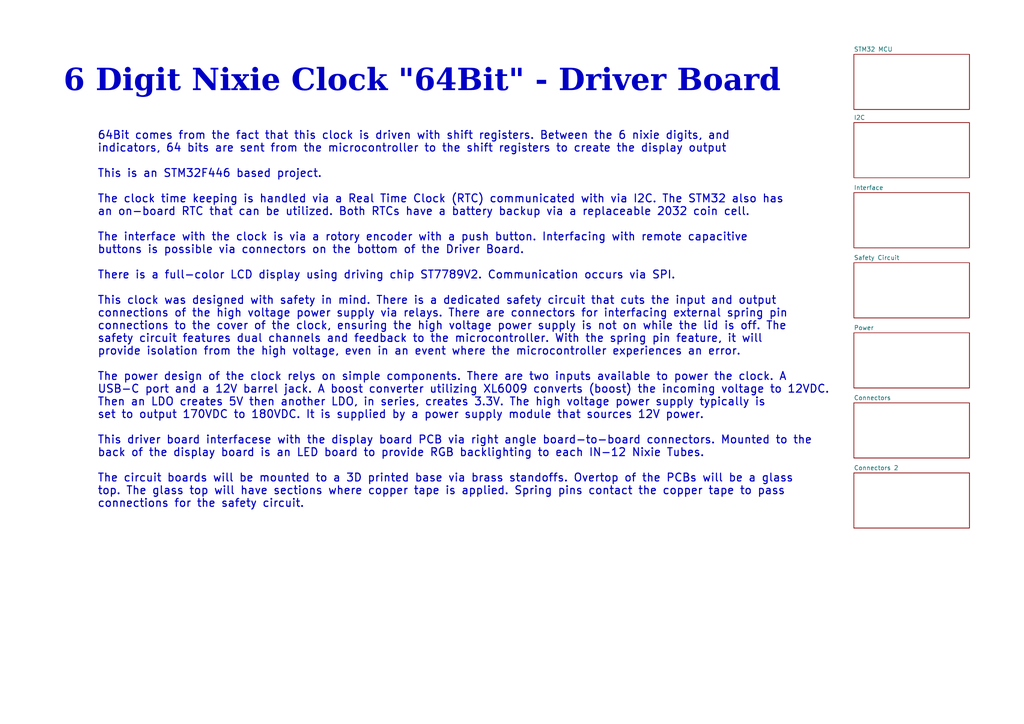
<source format=kicad_sch>
(kicad_sch
	(version 20250114)
	(generator "eeschema")
	(generator_version "9.0")
	(uuid "73161e56-98d3-4537-9d96-cedeeddf7c83")
	(paper "A4")
	(title_block
		(title "Project Overview")
		(date "2025-OCT-04")
		(rev "1")
		(company "Kadin Whiting")
	)
	(lib_symbols)
	(text "64Bit comes from the fact that this clock is driven with shift registers. Between the 6 nixie digits, and \nindicators, 64 bits are sent from the microcontroller to the shift registers to create the display output\n\nThis is an STM32F446 based project. \n\nThe clock time keeping is handled via a Real Time Clock (RTC) communicated with via I2C. The STM32 also has \nan on-board RTC that can be utilized. Both RTCs have a battery backup via a replaceable 2032 coin cell.\n\nThe interface with the clock is via a rotory encoder with a push button. Interfacing with remote capacitive\nbuttons is possible via connectors on the bottom of the Driver Board.\n\nThere is a full-color LCD display using driving chip ST7789V2. Communication occurs via SPI.\n\nThis clock was designed with safety in mind. There is a dedicated safety circuit that cuts the input and output \nconnections of the high voltage power supply via relays. There are connectors for interfacing external spring pin \nconnections to the cover of the clock, ensuring the high voltage power supply is not on while the lid is off. The \nsafety circuit features dual channels and feedback to the microcontroller. With the spring pin feature, it will \nprovide isolation from the high voltage, even in an event where the microcontroller experiences an error.\n\nThe power design of the clock relys on simple components. There are two inputs available to power the clock. A \nUSB-C port and a 12V barrel jack. A boost converter utilizing XL6009 converts (boost) the incoming voltage to 12VDC. \nThen an LDO creates 5V then another LDO, in series, creates 3.3V. The high voltage power supply typically is \nset to output 170VDC to 180VDC. It is supplied by a power supply module that sources 12V power.\n\nThis driver board interfacese with the display board PCB via right angle board-to-board connectors. Mounted to the \nback of the display board is an LED board to provide RGB backlighting to each IN-12 Nixie Tubes.\n\nThe circuit boards will be mounted to a 3D printed base via brass standoffs. Overtop of the PCBs will be a glass \ntop. The glass top will have sections where copper tape is applied. Spring pins contact the copper tape to pass \nconnections for the safety circuit. "
		(exclude_from_sim no)
		(at 28.194 92.71 0)
		(effects
			(font
				(size 2.286 2.286)
				(thickness 0.3175)
			)
			(justify left)
		)
		(uuid "0d91e1d3-94a3-4902-bc47-b77772c292d2")
	)
	(text "6 Digit Nixie Clock \"64Bit\" - Driver Board"
		(exclude_from_sim no)
		(at 122.428 25.4 0)
		(effects
			(font
				(face "Georgia")
				(size 6.35 6.35)
				(thickness 0.254)
				(bold yes)
			)
		)
		(uuid "35b2912c-ea27-4e16-badc-4d544c4b16d1")
	)
	(sheet
		(at 247.65 76.2)
		(size 33.528 16.002)
		(exclude_from_sim no)
		(in_bom yes)
		(on_board yes)
		(dnp no)
		(fields_autoplaced yes)
		(stroke
			(width 0.1524)
			(type solid)
		)
		(fill
			(color 0 0 0 0.0000)
		)
		(uuid "4ce0b6a1-6b30-4e36-a2af-ce63c0bd2c79")
		(property "Sheetname" "Safety Circuit"
			(at 247.65 75.4884 0)
			(effects
				(font
					(size 1.27 1.27)
				)
				(justify left bottom)
			)
		)
		(property "Sheetfile" "Safety Circuit.kicad_sch"
			(at 247.65 92.7866 0)
			(effects
				(font
					(size 1.27 1.27)
				)
				(justify left top)
				(hide yes)
			)
		)
		(instances
			(project "64 Bit - Main Board"
				(path "/73161e56-98d3-4537-9d96-cedeeddf7c83"
					(page "6")
				)
			)
		)
	)
	(sheet
		(at 247.65 137.16)
		(size 33.528 16.002)
		(exclude_from_sim no)
		(in_bom yes)
		(on_board yes)
		(dnp no)
		(fields_autoplaced yes)
		(stroke
			(width 0.1524)
			(type solid)
		)
		(fill
			(color 0 0 0 0.0000)
		)
		(uuid "6c24347a-3ec2-4d5e-b79f-deb961ca857e")
		(property "Sheetname" "Connectors 2"
			(at 247.65 136.4484 0)
			(effects
				(font
					(size 1.27 1.27)
				)
				(justify left bottom)
			)
		)
		(property "Sheetfile" "Connectors 2.kicad_sch"
			(at 247.65 153.7466 0)
			(effects
				(font
					(size 1.27 1.27)
				)
				(justify left top)
				(hide yes)
			)
		)
		(instances
			(project "64 Bit - Main Board"
				(path "/73161e56-98d3-4537-9d96-cedeeddf7c83"
					(page "9")
				)
			)
		)
	)
	(sheet
		(at 247.65 15.748)
		(size 33.528 16.002)
		(exclude_from_sim no)
		(in_bom yes)
		(on_board yes)
		(dnp no)
		(fields_autoplaced yes)
		(stroke
			(width 0.1524)
			(type solid)
		)
		(fill
			(color 0 0 0 0.0000)
		)
		(uuid "9ce9b68e-1685-4f8b-b727-c305a682cdf8")
		(property "Sheetname" "STM32 MCU"
			(at 247.65 15.0364 0)
			(effects
				(font
					(size 1.27 1.27)
				)
				(justify left bottom)
			)
		)
		(property "Sheetfile" "STM32 MCU.kicad_sch"
			(at 247.65 32.3346 0)
			(effects
				(font
					(size 1.27 1.27)
				)
				(justify left top)
				(hide yes)
			)
		)
		(instances
			(project "64 Bit - Main Board"
				(path "/73161e56-98d3-4537-9d96-cedeeddf7c83"
					(page "2")
				)
			)
		)
	)
	(sheet
		(at 247.65 96.52)
		(size 33.528 16.002)
		(exclude_from_sim no)
		(in_bom yes)
		(on_board yes)
		(dnp no)
		(fields_autoplaced yes)
		(stroke
			(width 0.1524)
			(type solid)
		)
		(fill
			(color 0 0 0 0.0000)
		)
		(uuid "d230c8e9-bc78-48f7-a579-f021f0b93c5c")
		(property "Sheetname" "Power"
			(at 247.65 95.8084 0)
			(effects
				(font
					(size 1.27 1.27)
				)
				(justify left bottom)
			)
		)
		(property "Sheetfile" "Power.kicad_sch"
			(at 247.65 113.1066 0)
			(effects
				(font
					(size 1.27 1.27)
				)
				(justify left top)
				(hide yes)
			)
		)
		(instances
			(project "64 Bit - Main Board"
				(path "/73161e56-98d3-4537-9d96-cedeeddf7c83"
					(page "7")
				)
			)
		)
	)
	(sheet
		(at 247.65 116.84)
		(size 33.528 16.002)
		(exclude_from_sim no)
		(in_bom yes)
		(on_board yes)
		(dnp no)
		(fields_autoplaced yes)
		(stroke
			(width 0.1524)
			(type solid)
		)
		(fill
			(color 0 0 0 0.0000)
		)
		(uuid "d3f908fb-0a45-4c28-adc2-6e62e6841a0d")
		(property "Sheetname" "Connectors"
			(at 247.65 116.1284 0)
			(effects
				(font
					(size 1.27 1.27)
				)
				(justify left bottom)
			)
		)
		(property "Sheetfile" "Connectors.kicad_sch"
			(at 247.65 133.4266 0)
			(effects
				(font
					(size 1.27 1.27)
				)
				(justify left top)
				(hide yes)
			)
		)
		(instances
			(project "64 Bit - Main Board"
				(path "/73161e56-98d3-4537-9d96-cedeeddf7c83"
					(page "8")
				)
			)
		)
	)
	(sheet
		(at 247.65 55.88)
		(size 33.528 16.002)
		(exclude_from_sim no)
		(in_bom yes)
		(on_board yes)
		(dnp no)
		(fields_autoplaced yes)
		(stroke
			(width 0.1524)
			(type solid)
		)
		(fill
			(color 0 0 0 0.0000)
		)
		(uuid "dcae4d37-3dbd-452d-a279-384b0626601b")
		(property "Sheetname" "Interface"
			(at 247.65 55.1684 0)
			(effects
				(font
					(size 1.27 1.27)
				)
				(justify left bottom)
			)
		)
		(property "Sheetfile" "Interface.kicad_sch"
			(at 247.65 72.4666 0)
			(effects
				(font
					(size 1.27 1.27)
				)
				(justify left top)
				(hide yes)
			)
		)
		(instances
			(project "64 Bit - Main Board"
				(path "/73161e56-98d3-4537-9d96-cedeeddf7c83"
					(page "5")
				)
			)
		)
	)
	(sheet
		(at 247.65 35.56)
		(size 33.528 16.002)
		(exclude_from_sim no)
		(in_bom yes)
		(on_board yes)
		(dnp no)
		(fields_autoplaced yes)
		(stroke
			(width 0.1524)
			(type solid)
		)
		(fill
			(color 0 0 0 0.0000)
		)
		(uuid "e1e1eea0-e4d2-4f01-b6f6-21e988f53299")
		(property "Sheetname" "I2C"
			(at 247.65 34.8484 0)
			(effects
				(font
					(size 1.27 1.27)
				)
				(justify left bottom)
			)
		)
		(property "Sheetfile" "I2C.kicad_sch"
			(at 247.65 52.1466 0)
			(effects
				(font
					(size 1.27 1.27)
				)
				(justify left top)
				(hide yes)
			)
		)
		(instances
			(project "64 Bit - Main Board"
				(path "/73161e56-98d3-4537-9d96-cedeeddf7c83"
					(page "3")
				)
			)
		)
	)
	(sheet_instances
		(path "/"
			(page "1")
		)
	)
	(embedded_fonts no)
)

</source>
